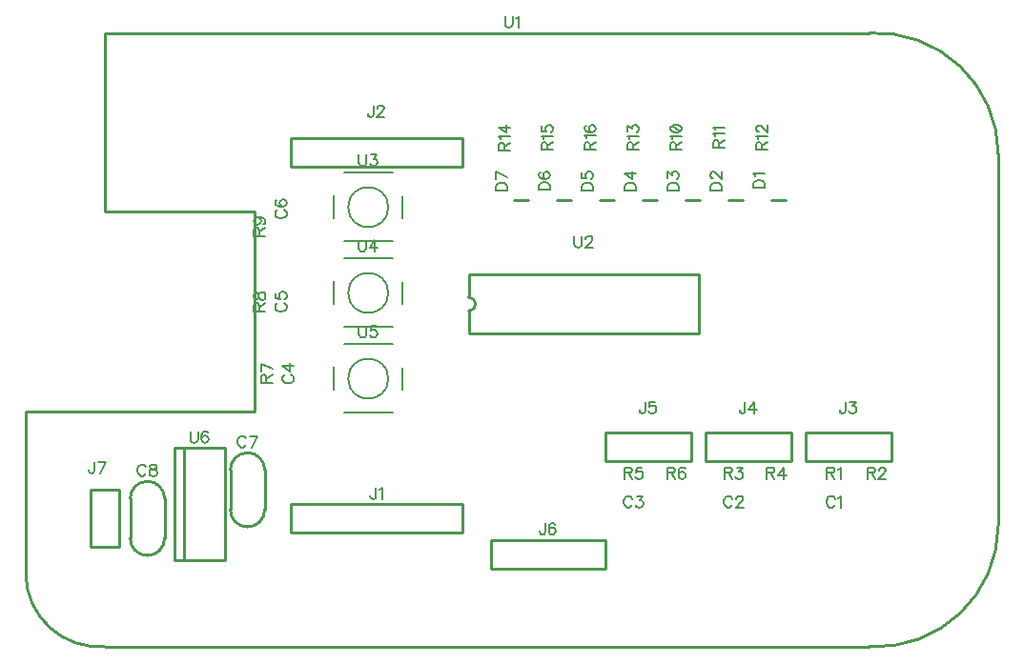
<source format=gbr>
G04 DipTrace 2.4.0.2*
%INTopSilk.gbr*%
%MOIN*%
%ADD10C,0.0098*%
%ADD23C,0.008*%
%ADD59C,0.0062*%
%FSLAX44Y44*%
G04*
G70*
G90*
G75*
G01*
%LNTopSilk*%
%LPD*%
X30508Y20066D2*
D10*
X29997D1*
X29008D2*
X28497D1*
X27508D2*
X26997D1*
X26008D2*
X25497D1*
X24508D2*
X23997D1*
X23008D2*
X22497D1*
X21508D2*
X20997D1*
X19190Y8440D2*
X13190D1*
Y9440D1*
X19190D1*
Y8440D1*
X13190Y22253D2*
X19190D1*
Y21252D1*
X13190D1*
Y22253D1*
X31190Y11940D2*
X34190D1*
Y10940D1*
X31190D1*
Y11940D1*
X27690D2*
X30690D1*
Y10940D1*
X27690D1*
Y11940D1*
X24190D2*
X27190D1*
Y10940D1*
X24190D1*
Y11940D1*
Y7190D2*
X20190D1*
Y8190D1*
X24190D1*
Y7190D1*
X37940Y8700D2*
Y21680D1*
X33438Y4454D2*
G03X37940Y8700I228J4268D01*
G01*
X33438Y25925D2*
G02X37940Y21680I228J-4268D01*
G01*
X3940Y12693D2*
X11940D1*
Y19684D1*
X6691D1*
Y25925D1*
Y4454D2*
G02X3940Y6951I-177J2569D01*
G01*
Y12693D1*
X6691Y4454D2*
X33438D1*
Y25925D2*
X6691D1*
X19424Y17464D2*
X27456D1*
Y15416D2*
Y17464D1*
X19424Y15416D2*
X27456D1*
X19424D2*
Y16204D1*
Y17464D2*
Y16676D1*
Y16204D2*
G03X19424Y16676I0J236D01*
G01*
X16760Y21030D2*
D23*
X15060D1*
Y18630D2*
X16760D1*
X17110Y20223D2*
Y19430D1*
X14710Y20235D2*
Y19430D1*
X15210Y19830D2*
G02X15210Y19830I700J0D01*
G01*
X16760Y18030D2*
X15060D1*
Y15630D2*
X16760D1*
X17110Y17223D2*
Y16430D1*
X14710Y17235D2*
Y16430D1*
X15210Y16830D2*
G02X15210Y16830I700J0D01*
G01*
X16760Y15030D2*
X15060D1*
Y12630D2*
X16760D1*
X17110Y14223D2*
Y13430D1*
X14710Y14235D2*
Y13430D1*
X15210Y13830D2*
G02X15210Y13830I700J0D01*
G01*
X9127Y7471D2*
D10*
X10899D1*
Y11409D1*
X9127D1*
Y7471D1*
X9481D2*
Y11409D1*
X12290Y9241D2*
Y10639D1*
X11090Y9241D2*
Y10639D1*
X12290D2*
G03X11090Y10639I-600J1D01*
G01*
Y9241D2*
G03X12290Y9241I600J-1D01*
G01*
X8790Y8241D2*
Y9639D1*
X7590Y8241D2*
Y9639D1*
X8790D2*
G03X7590Y9639I-600J1D01*
G01*
Y8241D2*
G03X8790Y8241I600J-1D01*
G01*
X6190Y7940D2*
X7190D1*
Y9940D1*
X6190D1*
Y7940D1*
X32224Y9627D2*
D59*
X32205Y9665D1*
X32166Y9704D1*
X32128Y9723D1*
X32052D1*
X32013Y9704D1*
X31975Y9665D1*
X31956Y9627D1*
X31937Y9570D1*
Y9474D1*
X31956Y9417D1*
X31975Y9378D1*
X32013Y9340D1*
X32052Y9321D1*
X32128D1*
X32166Y9340D1*
X32205Y9378D1*
X32224Y9417D1*
X32347Y9646D2*
X32386Y9665D1*
X32443Y9722D1*
Y9321D1*
X28638Y9627D2*
X28619Y9665D1*
X28580Y9704D1*
X28542Y9723D1*
X28466D1*
X28427Y9704D1*
X28389Y9665D1*
X28370Y9627D1*
X28351Y9570D1*
Y9474D1*
X28370Y9417D1*
X28389Y9378D1*
X28427Y9340D1*
X28466Y9321D1*
X28542D1*
X28580Y9340D1*
X28619Y9378D1*
X28638Y9417D1*
X28781Y9627D2*
Y9646D1*
X28800Y9684D1*
X28819Y9703D1*
X28857Y9722D1*
X28934D1*
X28972Y9703D1*
X28991Y9684D1*
X29010Y9646D1*
Y9608D1*
X28991Y9569D1*
X28953Y9512D1*
X28761Y9321D1*
X29029D1*
X25138Y9627D2*
X25119Y9665D1*
X25080Y9704D1*
X25042Y9723D1*
X24966D1*
X24927Y9704D1*
X24889Y9665D1*
X24870Y9627D1*
X24851Y9570D1*
Y9474D1*
X24870Y9417D1*
X24889Y9378D1*
X24927Y9340D1*
X24966Y9321D1*
X25042D1*
X25080Y9340D1*
X25119Y9378D1*
X25138Y9417D1*
X25300Y9722D2*
X25510D1*
X25395Y9569D1*
X25453D1*
X25491Y9550D1*
X25510Y9531D1*
X25529Y9474D1*
Y9436D1*
X25510Y9378D1*
X25472Y9340D1*
X25414Y9321D1*
X25357D1*
X25300Y9340D1*
X25281Y9359D1*
X25261Y9397D1*
X13003Y13963D2*
X12965Y13944D1*
X12926Y13905D1*
X12907Y13867D1*
Y13791D1*
X12926Y13752D1*
X12965Y13714D1*
X13003Y13695D1*
X13060Y13676D1*
X13156D1*
X13213Y13695D1*
X13252Y13714D1*
X13290Y13752D1*
X13309Y13791D1*
Y13867D1*
X13290Y13905D1*
X13252Y13944D1*
X13213Y13963D1*
X13309Y14278D2*
X12908D1*
X13175Y14086D1*
Y14373D1*
X12753Y16472D2*
X12715Y16453D1*
X12676Y16415D1*
X12657Y16377D1*
Y16300D1*
X12676Y16262D1*
X12715Y16224D1*
X12753Y16204D1*
X12810Y16185D1*
X12906D1*
X12963Y16204D1*
X13002Y16224D1*
X13040Y16262D1*
X13059Y16300D1*
Y16377D1*
X13040Y16415D1*
X13002Y16453D1*
X12963Y16472D1*
X12658Y16825D2*
Y16634D1*
X12830Y16615D1*
X12811Y16634D1*
X12791Y16692D1*
Y16749D1*
X12811Y16806D1*
X12849Y16845D1*
X12906Y16864D1*
X12944D1*
X13002Y16845D1*
X13040Y16806D1*
X13059Y16749D1*
Y16692D1*
X13040Y16634D1*
X13021Y16615D1*
X12983Y16596D1*
X12753Y19732D2*
X12715Y19713D1*
X12676Y19675D1*
X12657Y19637D1*
Y19560D1*
X12676Y19522D1*
X12715Y19484D1*
X12753Y19464D1*
X12810Y19445D1*
X12906D1*
X12963Y19464D1*
X13002Y19484D1*
X13040Y19522D1*
X13059Y19560D1*
Y19637D1*
X13040Y19675D1*
X13002Y19713D1*
X12963Y19732D1*
X12715Y20085D2*
X12677Y20066D1*
X12658Y20009D1*
Y19971D1*
X12677Y19913D1*
X12734Y19875D1*
X12830Y19856D1*
X12925D1*
X13002Y19875D1*
X13040Y19913D1*
X13059Y19971D1*
Y19990D1*
X13040Y20047D1*
X13002Y20085D1*
X12944Y20104D1*
X12925D1*
X12868Y20085D1*
X12830Y20047D1*
X12811Y19990D1*
Y19971D1*
X12830Y19913D1*
X12868Y19875D1*
X12925Y19856D1*
X29371Y20511D2*
X29773D1*
Y20645D1*
X29754Y20703D1*
X29716Y20741D1*
X29677Y20760D1*
X29620Y20779D1*
X29524D1*
X29467Y20760D1*
X29429Y20741D1*
X29390Y20703D1*
X29371Y20645D1*
Y20511D1*
X29448Y20903D2*
X29429Y20941D1*
X29372Y20999D1*
X29773D1*
X27871Y20425D2*
X28273D1*
Y20559D1*
X28254Y20617D1*
X28216Y20655D1*
X28177Y20674D1*
X28120Y20693D1*
X28024D1*
X27967Y20674D1*
X27929Y20655D1*
X27890Y20617D1*
X27871Y20559D1*
Y20425D1*
X27967Y20836D2*
X27948D1*
X27910Y20855D1*
X27891Y20874D1*
X27872Y20913D1*
Y20989D1*
X27891Y21027D1*
X27910Y21046D1*
X27948Y21066D1*
X27986D1*
X28025Y21046D1*
X28082Y21008D1*
X28273Y20817D1*
Y21085D1*
X26371Y20425D2*
X26773D1*
Y20559D1*
X26754Y20617D1*
X26716Y20655D1*
X26677Y20674D1*
X26620Y20693D1*
X26524D1*
X26467Y20674D1*
X26429Y20655D1*
X26390Y20617D1*
X26371Y20559D1*
Y20425D1*
X26372Y20855D2*
Y21065D1*
X26525Y20951D1*
Y21008D1*
X26544Y21046D1*
X26563Y21065D1*
X26620Y21085D1*
X26658D1*
X26716Y21065D1*
X26754Y21027D1*
X26773Y20970D1*
Y20912D1*
X26754Y20855D1*
X26735Y20836D1*
X26697Y20817D1*
X24871Y20416D2*
X25273D1*
Y20550D1*
X25254Y20607D1*
X25216Y20646D1*
X25177Y20665D1*
X25120Y20684D1*
X25024D1*
X24967Y20665D1*
X24929Y20646D1*
X24890Y20607D1*
X24871Y20550D1*
Y20416D1*
X25273Y20999D2*
X24872D1*
X25139Y20807D1*
Y21094D1*
X23371Y20425D2*
X23773D1*
Y20559D1*
X23754Y20617D1*
X23716Y20655D1*
X23677Y20674D1*
X23620Y20693D1*
X23524D1*
X23467Y20674D1*
X23429Y20655D1*
X23390Y20617D1*
X23371Y20559D1*
Y20425D1*
X23372Y21046D2*
Y20855D1*
X23544Y20836D1*
X23525Y20855D1*
X23505Y20913D1*
Y20970D1*
X23525Y21027D1*
X23563Y21066D1*
X23620Y21085D1*
X23658D1*
X23716Y21066D1*
X23754Y21027D1*
X23773Y20970D1*
Y20913D1*
X23754Y20855D1*
X23735Y20836D1*
X23697Y20817D1*
X21871Y20435D2*
X22273D1*
Y20569D1*
X22254Y20627D1*
X22216Y20665D1*
X22177Y20684D1*
X22120Y20703D1*
X22024D1*
X21967Y20684D1*
X21929Y20665D1*
X21890Y20627D1*
X21871Y20569D1*
Y20435D1*
X21929Y21056D2*
X21891Y21037D1*
X21872Y20980D1*
Y20942D1*
X21891Y20884D1*
X21948Y20846D1*
X22044Y20827D1*
X22139D1*
X22216Y20846D1*
X22254Y20884D1*
X22273Y20942D1*
Y20961D1*
X22254Y21018D1*
X22216Y21056D1*
X22158Y21075D1*
X22139D1*
X22082Y21056D1*
X22044Y21018D1*
X22025Y20961D1*
Y20942D1*
X22044Y20884D1*
X22082Y20846D1*
X22139Y20827D1*
X20371Y20425D2*
X20773D1*
Y20559D1*
X20754Y20617D1*
X20716Y20655D1*
X20677Y20674D1*
X20620Y20693D1*
X20524D1*
X20467Y20674D1*
X20429Y20655D1*
X20390Y20617D1*
X20371Y20559D1*
Y20425D1*
X20773Y20893D2*
X20372Y21085D1*
Y20817D1*
X16176Y10026D2*
Y9720D1*
X16157Y9662D1*
X16138Y9643D1*
X16100Y9624D1*
X16061D1*
X16023Y9643D1*
X16004Y9662D1*
X15985Y9720D1*
Y9758D1*
X16300Y9949D2*
X16338Y9968D1*
X16395Y10025D1*
Y9624D1*
X16090Y23387D2*
Y23082D1*
X16071Y23024D1*
X16052Y23005D1*
X16014Y22986D1*
X15975D1*
X15937Y23005D1*
X15918Y23024D1*
X15899Y23082D1*
Y23120D1*
X16233Y23292D2*
Y23311D1*
X16252Y23349D1*
X16271Y23368D1*
X16309Y23387D1*
X16386D1*
X16424Y23368D1*
X16443Y23349D1*
X16462Y23311D1*
Y23273D1*
X16443Y23234D1*
X16405Y23177D1*
X16214Y22986D1*
X16481D1*
X32590Y13026D2*
Y12720D1*
X32571Y12662D1*
X32552Y12643D1*
X32514Y12624D1*
X32475D1*
X32437Y12643D1*
X32418Y12662D1*
X32399Y12720D1*
Y12758D1*
X32752Y13025D2*
X32962D1*
X32847Y12872D1*
X32905D1*
X32943Y12853D1*
X32962Y12834D1*
X32981Y12777D1*
Y12739D1*
X32962Y12681D1*
X32924Y12643D1*
X32866Y12624D1*
X32809D1*
X32752Y12643D1*
X32733Y12662D1*
X32714Y12700D1*
X29080Y13026D2*
Y12720D1*
X29061Y12662D1*
X29042Y12643D1*
X29004Y12624D1*
X28966D1*
X28928Y12643D1*
X28908Y12662D1*
X28889Y12720D1*
Y12758D1*
X29395Y12624D2*
Y13025D1*
X29204Y12758D1*
X29491D1*
X25590Y13026D2*
Y12720D1*
X25571Y12662D1*
X25552Y12643D1*
X25514Y12624D1*
X25475D1*
X25437Y12643D1*
X25418Y12662D1*
X25399Y12720D1*
Y12758D1*
X25943Y13025D2*
X25752D1*
X25733Y12853D1*
X25752Y12872D1*
X25809Y12892D1*
X25866D1*
X25924Y12872D1*
X25962Y12834D1*
X25981Y12777D1*
Y12739D1*
X25962Y12681D1*
X25924Y12643D1*
X25866Y12624D1*
X25809D1*
X25752Y12643D1*
X25733Y12662D1*
X25714Y12700D1*
X22100Y8776D2*
Y8470D1*
X22081Y8412D1*
X22061Y8393D1*
X22023Y8374D1*
X21985D1*
X21947Y8393D1*
X21928Y8412D1*
X21908Y8470D1*
Y8508D1*
X22453Y8718D2*
X22434Y8756D1*
X22376Y8775D1*
X22338D1*
X22281Y8756D1*
X22242Y8699D1*
X22223Y8603D1*
Y8508D1*
X22242Y8431D1*
X22281Y8393D1*
X22338Y8374D1*
X22357D1*
X22414Y8393D1*
X22453Y8431D1*
X22472Y8489D1*
Y8508D1*
X22453Y8565D1*
X22414Y8603D1*
X22357Y8622D1*
X22338D1*
X22281Y8603D1*
X22242Y8565D1*
X22223Y8508D1*
X31946Y10531D2*
X32118D1*
X32176Y10551D1*
X32195Y10570D1*
X32214Y10608D1*
Y10646D1*
X32195Y10684D1*
X32176Y10704D1*
X32118Y10723D1*
X31946D1*
Y10321D1*
X32080Y10531D2*
X32214Y10321D1*
X32338Y10646D2*
X32376Y10665D1*
X32434Y10722D1*
Y10321D1*
X33360Y10531D2*
X33532D1*
X33590Y10551D1*
X33609Y10570D1*
X33628Y10608D1*
Y10646D1*
X33609Y10684D1*
X33590Y10704D1*
X33532Y10723D1*
X33360D1*
Y10321D1*
X33494Y10531D2*
X33628Y10321D1*
X33771Y10627D2*
Y10646D1*
X33790Y10684D1*
X33809Y10703D1*
X33848Y10722D1*
X33924D1*
X33962Y10703D1*
X33981Y10684D1*
X34001Y10646D1*
Y10608D1*
X33981Y10569D1*
X33943Y10512D1*
X33752Y10321D1*
X34020D1*
X28360Y10531D2*
X28532D1*
X28590Y10551D1*
X28609Y10570D1*
X28628Y10608D1*
Y10646D1*
X28609Y10684D1*
X28590Y10704D1*
X28532Y10723D1*
X28360D1*
Y10321D1*
X28494Y10531D2*
X28628Y10321D1*
X28790Y10722D2*
X29000D1*
X28886Y10569D1*
X28943D1*
X28981Y10550D1*
X29000Y10531D1*
X29020Y10474D1*
Y10436D1*
X29000Y10378D1*
X28962Y10340D1*
X28905Y10321D1*
X28847D1*
X28790Y10340D1*
X28771Y10359D1*
X28752Y10397D1*
X29851Y10531D2*
X30023D1*
X30080Y10551D1*
X30100Y10570D1*
X30119Y10608D1*
Y10646D1*
X30100Y10684D1*
X30080Y10704D1*
X30023Y10723D1*
X29851D1*
Y10321D1*
X29985Y10531D2*
X30119Y10321D1*
X30434D2*
Y10722D1*
X30242Y10455D1*
X30529D1*
X24860Y10531D2*
X25032D1*
X25090Y10551D1*
X25109Y10570D1*
X25128Y10608D1*
Y10646D1*
X25109Y10684D1*
X25090Y10704D1*
X25032Y10723D1*
X24860D1*
Y10321D1*
X24994Y10531D2*
X25128Y10321D1*
X25481Y10722D2*
X25290D1*
X25271Y10550D1*
X25290Y10569D1*
X25348Y10589D1*
X25405D1*
X25462Y10569D1*
X25501Y10531D1*
X25520Y10474D1*
Y10436D1*
X25501Y10378D1*
X25462Y10340D1*
X25405Y10321D1*
X25348D1*
X25290Y10340D1*
X25271Y10359D1*
X25252Y10397D1*
X26370Y10531D2*
X26542D1*
X26600Y10551D1*
X26619Y10570D1*
X26638Y10608D1*
Y10646D1*
X26619Y10684D1*
X26600Y10704D1*
X26542Y10723D1*
X26370D1*
Y10321D1*
X26504Y10531D2*
X26638Y10321D1*
X26991Y10665D2*
X26972Y10703D1*
X26914Y10722D1*
X26876D1*
X26819Y10703D1*
X26780Y10646D1*
X26761Y10550D1*
Y10455D1*
X26780Y10378D1*
X26819Y10340D1*
X26876Y10321D1*
X26895D1*
X26952Y10340D1*
X26991Y10378D1*
X27010Y10436D1*
Y10455D1*
X26991Y10512D1*
X26952Y10550D1*
X26895Y10569D1*
X26876D1*
X26819Y10550D1*
X26780Y10512D1*
X26761Y10455D1*
X12349Y13695D2*
Y13867D1*
X12329Y13924D1*
X12310Y13944D1*
X12272Y13963D1*
X12234D1*
X12196Y13944D1*
X12176Y13924D1*
X12157Y13867D1*
Y13695D1*
X12559D1*
X12349Y13829D2*
X12559Y13963D1*
Y14163D2*
X12158Y14354D1*
Y14086D1*
X12099Y16195D2*
Y16367D1*
X12079Y16425D1*
X12060Y16444D1*
X12022Y16463D1*
X11984D1*
X11946Y16444D1*
X11926Y16425D1*
X11907Y16367D1*
Y16195D1*
X12309D1*
X12099Y16329D2*
X12309Y16463D1*
X11908Y16682D2*
X11927Y16625D1*
X11965Y16606D1*
X12003D1*
X12041Y16625D1*
X12061Y16663D1*
X12080Y16740D1*
X12099Y16797D1*
X12137Y16835D1*
X12175Y16854D1*
X12233D1*
X12271Y16835D1*
X12290Y16816D1*
X12309Y16759D1*
Y16682D1*
X12290Y16625D1*
X12271Y16606D1*
X12233Y16587D1*
X12175D1*
X12137Y16606D1*
X12099Y16644D1*
X12080Y16701D1*
X12061Y16778D1*
X12041Y16816D1*
X12003Y16835D1*
X11965D1*
X11927Y16816D1*
X11908Y16759D1*
Y16682D1*
X12099Y18829D2*
Y19001D1*
X12079Y19059D1*
X12060Y19078D1*
X12022Y19097D1*
X11984D1*
X11946Y19078D1*
X11926Y19059D1*
X11907Y19001D1*
Y18829D1*
X12309D1*
X12099Y18963D2*
X12309Y19097D1*
X12041Y19470D2*
X12099Y19450D1*
X12137Y19412D1*
X12156Y19355D1*
Y19336D1*
X12137Y19278D1*
X12099Y19240D1*
X12041Y19221D1*
X12022D1*
X11965Y19240D1*
X11927Y19278D1*
X11908Y19336D1*
Y19355D1*
X11927Y19412D1*
X11965Y19450D1*
X12041Y19470D1*
X12137D1*
X12233Y19450D1*
X12290Y19412D1*
X12309Y19355D1*
Y19317D1*
X12290Y19259D1*
X12252Y19240D1*
X26661Y21835D2*
Y22007D1*
X26642Y22065D1*
X26623Y22084D1*
X26585Y22103D1*
X26546D1*
X26508Y22084D1*
X26489Y22065D1*
X26470Y22007D1*
Y21835D1*
X26872D1*
X26661Y21969D2*
X26872Y22103D1*
X26547Y22227D2*
X26527Y22265D1*
X26470Y22323D1*
X26872D1*
X26470Y22561D2*
X26489Y22504D1*
X26547Y22465D1*
X26642Y22446D1*
X26700D1*
X26795Y22465D1*
X26853Y22504D1*
X26872Y22561D1*
Y22599D1*
X26853Y22657D1*
X26795Y22695D1*
X26700Y22714D1*
X26642D1*
X26547Y22695D1*
X26489Y22657D1*
X26470Y22599D1*
Y22561D1*
X26547Y22695D2*
X26795Y22465D1*
X28161Y21921D2*
Y22093D1*
X28142Y22151D1*
X28123Y22170D1*
X28085Y22189D1*
X28046D1*
X28008Y22170D1*
X27989Y22151D1*
X27970Y22093D1*
Y21921D1*
X28372D1*
X28161Y22055D2*
X28372Y22189D1*
X28047Y22313D2*
X28027Y22351D1*
X27970Y22409D1*
X28372D1*
X28047Y22532D2*
X28027Y22571D1*
X27970Y22628D1*
X28372D1*
X29661Y21835D2*
Y22007D1*
X29642Y22065D1*
X29623Y22084D1*
X29585Y22103D1*
X29546D1*
X29508Y22084D1*
X29489Y22065D1*
X29470Y22007D1*
Y21835D1*
X29872D1*
X29661Y21969D2*
X29872Y22103D1*
X29547Y22227D2*
X29527Y22265D1*
X29470Y22323D1*
X29872D1*
X29566Y22466D2*
X29547D1*
X29508Y22485D1*
X29489Y22504D1*
X29470Y22542D1*
Y22619D1*
X29489Y22657D1*
X29508Y22676D1*
X29547Y22695D1*
X29585D1*
X29623Y22676D1*
X29680Y22638D1*
X29872Y22446D1*
Y22714D1*
X25161Y21835D2*
Y22007D1*
X25142Y22065D1*
X25123Y22084D1*
X25085Y22103D1*
X25046D1*
X25008Y22084D1*
X24989Y22065D1*
X24970Y22007D1*
Y21835D1*
X25372D1*
X25161Y21969D2*
X25372Y22103D1*
X25047Y22227D2*
X25027Y22265D1*
X24970Y22323D1*
X25372D1*
X24970Y22485D2*
Y22695D1*
X25123Y22580D1*
Y22638D1*
X25142Y22676D1*
X25161Y22695D1*
X25219Y22714D1*
X25257D1*
X25314Y22695D1*
X25353Y22657D1*
X25372Y22599D1*
Y22542D1*
X25353Y22485D1*
X25333Y22466D1*
X25295Y22446D1*
X20661Y21826D2*
Y21998D1*
X20642Y22055D1*
X20623Y22075D1*
X20585Y22094D1*
X20546D1*
X20508Y22075D1*
X20489Y22055D1*
X20470Y21998D1*
Y21826D1*
X20872D1*
X20661Y21960D2*
X20872Y22094D1*
X20547Y22217D2*
X20527Y22256D1*
X20470Y22313D1*
X20872D1*
Y22628D2*
X20470D1*
X20738Y22437D1*
Y22724D1*
X22161Y21835D2*
Y22007D1*
X22142Y22065D1*
X22123Y22084D1*
X22085Y22103D1*
X22046D1*
X22008Y22084D1*
X21989Y22065D1*
X21970Y22007D1*
Y21835D1*
X22372D1*
X22161Y21969D2*
X22372Y22103D1*
X22047Y22227D2*
X22027Y22265D1*
X21970Y22323D1*
X22372D1*
X21970Y22676D2*
Y22485D1*
X22142Y22466D1*
X22123Y22485D1*
X22104Y22542D1*
Y22599D1*
X22123Y22657D1*
X22161Y22695D1*
X22219Y22714D1*
X22257D1*
X22314Y22695D1*
X22353Y22657D1*
X22372Y22599D1*
Y22542D1*
X22353Y22485D1*
X22333Y22466D1*
X22295Y22446D1*
X23661Y21845D2*
Y22017D1*
X23642Y22074D1*
X23623Y22094D1*
X23585Y22113D1*
X23546D1*
X23508Y22094D1*
X23489Y22074D1*
X23470Y22017D1*
Y21845D1*
X23872D1*
X23661Y21979D2*
X23872Y22113D1*
X23547Y22236D2*
X23527Y22275D1*
X23470Y22332D1*
X23872D1*
X23527Y22685D2*
X23489Y22666D1*
X23470Y22609D1*
Y22571D1*
X23489Y22513D1*
X23547Y22475D1*
X23642Y22456D1*
X23738D1*
X23814Y22475D1*
X23853Y22513D1*
X23872Y22571D1*
Y22590D1*
X23853Y22647D1*
X23814Y22685D1*
X23757Y22704D1*
X23738D1*
X23680Y22685D1*
X23642Y22647D1*
X23623Y22590D1*
Y22571D1*
X23642Y22513D1*
X23680Y22475D1*
X23738Y22456D1*
X20696Y26517D2*
Y26230D1*
X20715Y26173D1*
X20754Y26135D1*
X20811Y26115D1*
X20849D1*
X20907Y26135D1*
X20945Y26173D1*
X20964Y26230D1*
Y26517D1*
X21088Y26440D2*
X21126Y26460D1*
X21184Y26517D1*
Y26115D1*
X23110Y18821D2*
Y18534D1*
X23129Y18477D1*
X23168Y18439D1*
X23225Y18419D1*
X23263D1*
X23321Y18439D1*
X23359Y18477D1*
X23378Y18534D1*
Y18821D1*
X23521Y18725D2*
Y18744D1*
X23540Y18783D1*
X23559Y18802D1*
X23598Y18821D1*
X23674D1*
X23712Y18802D1*
X23731Y18783D1*
X23751Y18744D1*
Y18706D1*
X23731Y18668D1*
X23693Y18611D1*
X23502Y18419D1*
X23770D1*
X15580Y21676D2*
Y21389D1*
X15599Y21331D1*
X15638Y21293D1*
X15695Y21274D1*
X15733D1*
X15791Y21293D1*
X15829Y21331D1*
X15848Y21389D1*
Y21676D1*
X16010Y21675D2*
X16220D1*
X16106Y21522D1*
X16163D1*
X16201Y21503D1*
X16220Y21484D1*
X16240Y21427D1*
Y21389D1*
X16220Y21331D1*
X16182Y21293D1*
X16125Y21274D1*
X16067D1*
X16010Y21293D1*
X15991Y21312D1*
X15972Y21350D1*
X15571Y18676D2*
Y18389D1*
X15590Y18331D1*
X15628Y18293D1*
X15686Y18274D1*
X15724D1*
X15781Y18293D1*
X15820Y18331D1*
X15839Y18389D1*
Y18676D1*
X16154Y18274D2*
Y18675D1*
X15962Y18408D1*
X16249D1*
X15580Y15676D2*
Y15389D1*
X15599Y15331D1*
X15638Y15293D1*
X15695Y15274D1*
X15733D1*
X15791Y15293D1*
X15829Y15331D1*
X15848Y15389D1*
Y15676D1*
X16201Y15675D2*
X16010D1*
X15991Y15503D1*
X16010Y15522D1*
X16068Y15542D1*
X16125D1*
X16182Y15522D1*
X16221Y15484D1*
X16240Y15427D1*
Y15389D1*
X16221Y15331D1*
X16182Y15293D1*
X16125Y15274D1*
X16068D1*
X16010Y15293D1*
X15991Y15312D1*
X15972Y15350D1*
X9693Y11994D2*
Y11707D1*
X9712Y11650D1*
X9750Y11612D1*
X9808Y11592D1*
X9846D1*
X9903Y11612D1*
X9942Y11650D1*
X9961Y11707D1*
Y11994D1*
X10314Y11937D2*
X10295Y11975D1*
X10237Y11994D1*
X10199D1*
X10142Y11975D1*
X10103Y11917D1*
X10084Y11822D1*
Y11726D1*
X10103Y11650D1*
X10142Y11611D1*
X10199Y11592D1*
X10218D1*
X10275Y11611D1*
X10314Y11650D1*
X10333Y11707D1*
Y11726D1*
X10314Y11784D1*
X10275Y11822D1*
X10218Y11841D1*
X10199D1*
X10142Y11822D1*
X10103Y11784D1*
X10084Y11726D1*
X11638Y11730D2*
X11619Y11768D1*
X11580Y11807D1*
X11542Y11826D1*
X11466D1*
X11427Y11807D1*
X11389Y11768D1*
X11370Y11730D1*
X11351Y11673D1*
Y11577D1*
X11370Y11520D1*
X11389Y11481D1*
X11427Y11443D1*
X11466Y11424D1*
X11542D1*
X11580Y11443D1*
X11619Y11481D1*
X11638Y11520D1*
X11838Y11424D2*
X12029Y11825D1*
X11761D1*
X8138Y10730D2*
X8119Y10768D1*
X8080Y10807D1*
X8042Y10826D1*
X7966D1*
X7928Y10807D1*
X7889Y10768D1*
X7870Y10730D1*
X7851Y10673D1*
Y10577D1*
X7870Y10520D1*
X7889Y10481D1*
X7928Y10443D1*
X7966Y10424D1*
X8042D1*
X8080Y10443D1*
X8119Y10481D1*
X8138Y10520D1*
X8357Y10825D2*
X8300Y10806D1*
X8280Y10768D1*
Y10730D1*
X8300Y10692D1*
X8338Y10672D1*
X8414Y10653D1*
X8472Y10634D1*
X8510Y10596D1*
X8529Y10558D1*
Y10500D1*
X8510Y10462D1*
X8491Y10443D1*
X8433Y10424D1*
X8357D1*
X8300Y10443D1*
X8280Y10462D1*
X8261Y10500D1*
Y10558D1*
X8280Y10596D1*
X8319Y10634D1*
X8376Y10653D1*
X8452Y10672D1*
X8491Y10692D1*
X8510Y10730D1*
Y10768D1*
X8491Y10806D1*
X8433Y10825D1*
X8357D1*
X6340Y10919D2*
Y10614D1*
X6321Y10556D1*
X6302Y10537D1*
X6264Y10518D1*
X6225D1*
X6187Y10537D1*
X6168Y10556D1*
X6149Y10614D1*
Y10652D1*
X6540Y10518D2*
X6731Y10919D1*
X6464D1*
M02*

</source>
